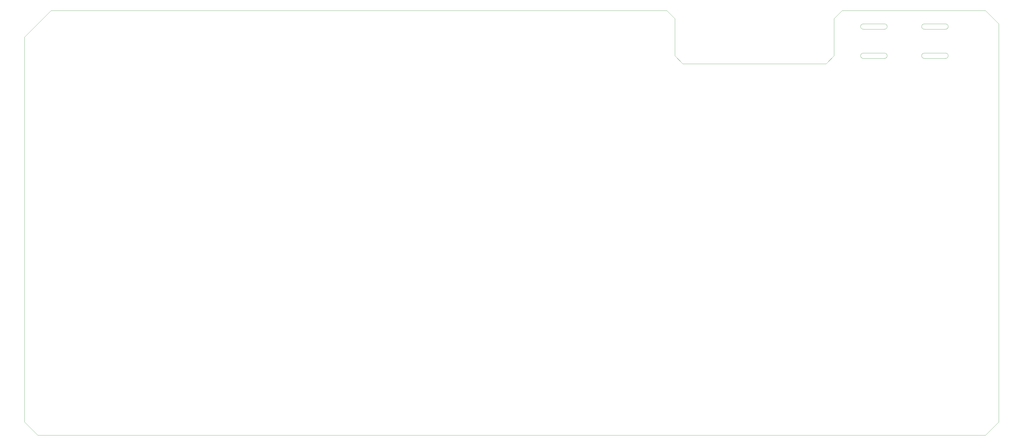
<source format=gbr>
%TF.GenerationSoftware,KiCad,Pcbnew,(5.99.0-10004-g132ec37b56)*%
%TF.CreationDate,2021-04-06T22:09:18+02:00*%
%TF.ProjectId,gh80-3003-nicosmod,67683830-2d33-4303-9033-2d6e69636f73,rev?*%
%TF.SameCoordinates,Original*%
%TF.FileFunction,Profile,NP*%
%FSLAX46Y46*%
G04 Gerber Fmt 4.6, Leading zero omitted, Abs format (unit mm)*
G04 Created by KiCad (PCBNEW (5.99.0-10004-g132ec37b56)) date 2021-04-06 22:09:18*
%MOMM*%
%LPD*%
G01*
G04 APERTURE LIST*
%TA.AperFunction,Profile*%
%ADD10C,0.100000*%
%TD*%
G04 APERTURE END LIST*
D10*
X382000000Y-207000000D02*
X387000000Y-202000000D01*
X322000000Y-67000000D02*
X268000000Y-67000000D01*
X336000000Y-65000000D02*
X344000000Y-65000000D01*
X20000000Y-202000000D02*
X20000000Y-57000000D01*
X367000000Y-63000000D02*
G75*
G02*
X367000000Y-65000000I0J-1000000D01*
G01*
X387000000Y-202000000D02*
X387000000Y-52000000D01*
X336000000Y-63000000D02*
X344000000Y-63000000D01*
X30000000Y-47000000D02*
X20000000Y-57000000D01*
X336000000Y-65000000D02*
G75*
G02*
X336000000Y-63000000I0J1000000D01*
G01*
X359000000Y-63000000D02*
X367000000Y-63000000D01*
X359000000Y-65000000D02*
X367000000Y-65000000D01*
X344000000Y-52000000D02*
G75*
G02*
X344000000Y-54000000I0J-1000000D01*
G01*
X325000000Y-50000000D02*
X325000000Y-64000000D01*
X265000000Y-64000000D02*
X265000000Y-50000000D01*
X325000000Y-50000000D02*
X328000000Y-47000000D01*
X265000000Y-50000000D02*
X262000000Y-47000000D01*
X325000000Y-64000000D02*
X322000000Y-67000000D01*
X25000000Y-207000000D02*
X20000000Y-202000000D01*
X382000000Y-47000000D02*
X328000000Y-47000000D01*
X30000000Y-47000000D02*
X262000000Y-47000000D01*
X25000000Y-207000000D02*
X382000000Y-207000000D01*
X359000000Y-65000000D02*
G75*
G02*
X359000000Y-63000000I0J1000000D01*
G01*
X359000000Y-52000000D02*
X367000000Y-52000000D01*
X265000000Y-64000000D02*
X268000000Y-67000000D01*
X359000000Y-54000000D02*
G75*
G02*
X359000000Y-52000000I0J1000000D01*
G01*
X359000000Y-54000000D02*
X367000000Y-54000000D01*
X382000000Y-47000000D02*
X387000000Y-52000000D01*
X367000000Y-52000000D02*
G75*
G02*
X367000000Y-54000000I0J-1000000D01*
G01*
X336000000Y-54000000D02*
G75*
G02*
X336000000Y-52000000I0J1000000D01*
G01*
X344000000Y-63000000D02*
G75*
G02*
X344000000Y-65000000I0J-1000000D01*
G01*
X336000000Y-54000000D02*
X344000000Y-54000000D01*
X336000000Y-52000000D02*
X344000000Y-52000000D01*
M02*

</source>
